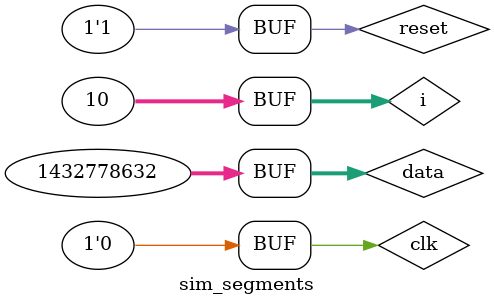
<source format=v>
`timescale 1ns / 1ps


module sim_segments(
    );
reg clk;
reg reset;
reg [31:0] data;
wire [7:0] digital;
wire [7:0] ens;
integer i;
integer j;

dev_segments seg(clk,reset,data,digital,ens); 
always
begin
clk=0;
reset=1;
data = 32'h00000000;
#5;
reset=0;
#5;
reset=1;

//for(j=0;j<16;j=j+1)

data = 32'h12345678;
for(i=0;i<10;i=i+1)
begin
clk=1;
#5;
clk=0;
#5;
end

data = 32'h90abcdef;
for(i=0;i<10;i=i+1)
begin
clk=1;
#5;
clk=0;
#5;
end

data = 32'h11223344;
for(i=0;i<10;i=i+1)
begin
clk=1;
#5;
clk=0;
#5;
end

data = 32'h55667788;
for(i=0;i<10;i=i+1)
begin
clk=1;
#5;
clk=0;
#5;
end

#200;
end
    
endmodule

</source>
